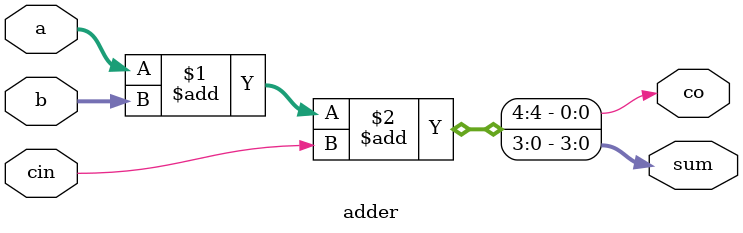
<source format=v>
module adder (a,b, cin , sum, co);

    localparam WIDTH = 4;
    input [WIDTH-1:0] a,b;
    input cin;
    output [WIDTH-1:0] sum;
    output co;

    assign {co, sum} = a + b + cin;
endmodule
</source>
